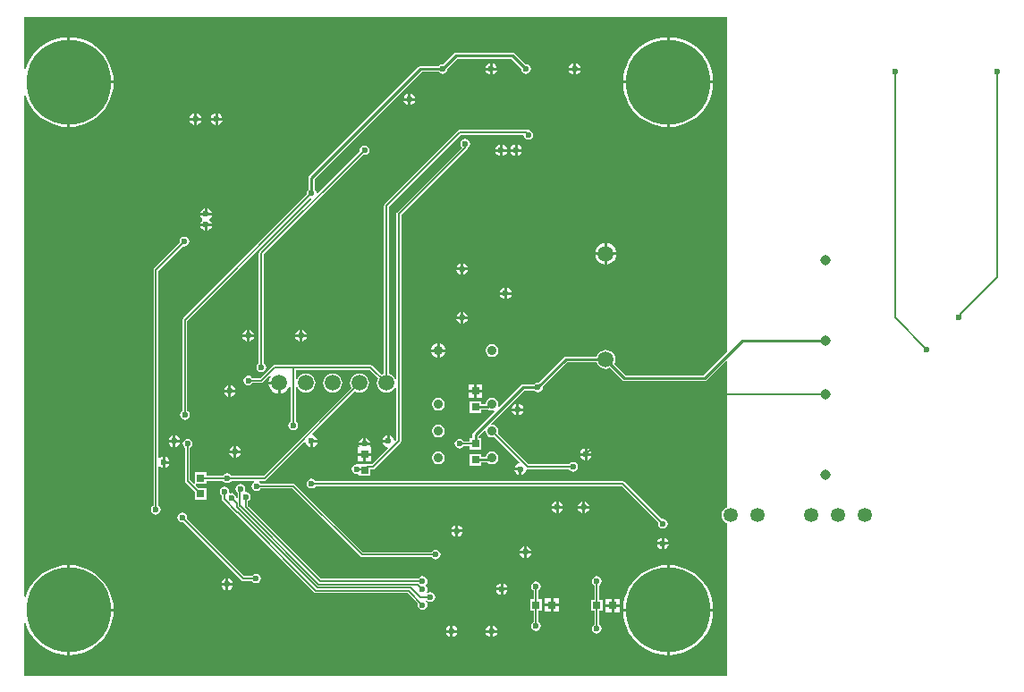
<source format=gbl>
G04*
G04 #@! TF.GenerationSoftware,Altium Limited,Altium Designer,19.0.14 (431)*
G04*
G04 Layer_Physical_Order=2*
G04 Layer_Color=16711680*
%FSLAX25Y25*%
%MOIN*%
G70*
G01*
G75*
%ADD12C,0.00600*%
%ADD18C,0.01000*%
%ADD48R,0.02953X0.03150*%
%ADD51R,0.03150X0.02953*%
%ADD65C,0.05315*%
%ADD66C,0.31496*%
%ADD67C,0.05906*%
%ADD68C,0.03838*%
%ADD69C,0.03543*%
%ADD70C,0.02362*%
G36*
X24016Y122811D02*
Y-1957D01*
X15165Y-10808D01*
X-13775D01*
X-18064Y-6519D01*
X-17786Y-5849D01*
X-17664Y-4921D01*
X-17786Y-3994D01*
X-18144Y-3130D01*
X-18714Y-2387D01*
X-19456Y-1818D01*
X-20320Y-1460D01*
X-21248Y-1338D01*
X-22175Y-1460D01*
X-23039Y-1818D01*
X-23782Y-2387D01*
X-24351Y-3130D01*
X-24629Y-3800D01*
X-36132D01*
X-36132Y-3800D01*
X-36561Y-3885D01*
X-36925Y-4128D01*
X-36925Y-4128D01*
X-46373Y-13577D01*
X-46565Y-13538D01*
X-47260Y-13677D01*
X-47849Y-14070D01*
X-47958Y-14233D01*
X-52145D01*
X-52574Y-14318D01*
X-52938Y-14561D01*
X-52938Y-14561D01*
X-60908Y-22532D01*
X-61369Y-22285D01*
X-61243Y-21654D01*
X-61427Y-20728D01*
X-61952Y-19944D01*
X-62736Y-19420D01*
X-63661Y-19236D01*
X-64587Y-19420D01*
X-65371Y-19944D01*
X-65895Y-20728D01*
X-66052Y-21516D01*
X-67805D01*
Y-20463D01*
X-71958D01*
Y-24813D01*
X-67805D01*
Y-23759D01*
X-65334D01*
X-65334Y-23759D01*
X-64906Y-23674D01*
X-64587Y-23888D01*
X-63661Y-24071D01*
X-63029Y-23946D01*
X-62783Y-24407D01*
X-70675Y-32298D01*
X-70918Y-32662D01*
X-71004Y-33091D01*
X-71003Y-33091D01*
Y-34242D01*
X-71958D01*
Y-35500D01*
X-74259D01*
X-74503Y-35133D01*
X-75093Y-34740D01*
X-75787Y-34601D01*
X-76482Y-34740D01*
X-77071Y-35133D01*
X-77465Y-35722D01*
X-77603Y-36417D01*
X-77465Y-37112D01*
X-77071Y-37701D01*
X-76482Y-38095D01*
X-75787Y-38233D01*
X-75093Y-38095D01*
X-74503Y-37701D01*
X-74258Y-37335D01*
X-71958D01*
Y-38592D01*
X-67805D01*
Y-34242D01*
X-68760D01*
Y-33556D01*
X-66523Y-31318D01*
X-66062Y-31564D01*
X-66079Y-31654D01*
X-65895Y-32579D01*
X-65371Y-33363D01*
X-64587Y-33887D01*
X-63661Y-34071D01*
X-62736Y-33887D01*
X-62730Y-33883D01*
X-53475Y-43138D01*
X-53639Y-43681D01*
X-54001Y-43753D01*
X-54722Y-44235D01*
X-55204Y-44956D01*
X-55274Y-45307D01*
X-53150D01*
Y-45807D01*
X-52650D01*
Y-47932D01*
X-52299Y-47862D01*
X-51577Y-47380D01*
X-51095Y-46658D01*
X-51007Y-46216D01*
X-50689Y-45842D01*
X-50468Y-45875D01*
X-50330Y-45903D01*
X-34993D01*
X-34749Y-46269D01*
X-34159Y-46663D01*
X-33465Y-46801D01*
X-32770Y-46663D01*
X-32181Y-46269D01*
X-31787Y-45680D01*
X-31649Y-44985D01*
X-31787Y-44290D01*
X-32181Y-43701D01*
X-32770Y-43307D01*
X-33465Y-43169D01*
X-34159Y-43307D01*
X-34749Y-43701D01*
X-34993Y-44067D01*
X-49950D01*
X-61432Y-32585D01*
X-61427Y-32579D01*
X-61243Y-31654D01*
X-61427Y-30728D01*
X-61952Y-29944D01*
X-62736Y-29420D01*
X-63661Y-29236D01*
X-63751Y-29253D01*
X-63997Y-28793D01*
X-51680Y-16476D01*
X-47958D01*
X-47849Y-16638D01*
X-47260Y-17032D01*
X-46565Y-17170D01*
X-45870Y-17032D01*
X-45281Y-16638D01*
X-44887Y-16049D01*
X-44749Y-15354D01*
X-44787Y-15163D01*
X-35667Y-6043D01*
X-24629D01*
X-24351Y-6713D01*
X-23782Y-7455D01*
X-23039Y-8025D01*
X-22175Y-8383D01*
X-21248Y-8505D01*
X-20320Y-8383D01*
X-19650Y-8105D01*
X-15033Y-12722D01*
X-14669Y-12965D01*
X-14240Y-13051D01*
X-14240Y-13051D01*
X15630D01*
X15630Y-13051D01*
X16059Y-12965D01*
X16423Y-12722D01*
X23554Y-5591D01*
X24016Y-5783D01*
Y-59923D01*
X23475Y-60147D01*
X22795Y-60669D01*
X22273Y-61349D01*
X21945Y-62142D01*
X21833Y-62992D01*
X21945Y-63842D01*
X22273Y-64635D01*
X22795Y-65315D01*
X23475Y-65838D01*
X24016Y-66061D01*
Y-122811D01*
X-237969Y-122811D01*
Y-103440D01*
X-237469Y-103358D01*
X-236963Y-104848D01*
X-235992Y-106817D01*
X-234772Y-108643D01*
X-233325Y-110293D01*
X-231674Y-111741D01*
X-229849Y-112961D01*
X-227880Y-113932D01*
X-225801Y-114637D01*
X-223647Y-115066D01*
X-221957Y-115176D01*
Y-98425D01*
Y-81674D01*
X-223647Y-81785D01*
X-225801Y-82213D01*
X-227880Y-82919D01*
X-229849Y-83890D01*
X-231674Y-85110D01*
X-233325Y-86557D01*
X-234772Y-88208D01*
X-235992Y-90033D01*
X-236963Y-92002D01*
X-237469Y-93493D01*
X-237969Y-93410D01*
Y93410D01*
X-237469Y93493D01*
X-236963Y92002D01*
X-235992Y90033D01*
X-234772Y88208D01*
X-233325Y86557D01*
X-231674Y85110D01*
X-229849Y83890D01*
X-227880Y82919D01*
X-225801Y82213D01*
X-223647Y81785D01*
X-221957Y81674D01*
Y98425D01*
Y115176D01*
X-223647Y115066D01*
X-225801Y114637D01*
X-227880Y113932D01*
X-229849Y112961D01*
X-231674Y111741D01*
X-233325Y110293D01*
X-234772Y108643D01*
X-235992Y106817D01*
X-236963Y104848D01*
X-237469Y103358D01*
X-237969Y103440D01*
Y122811D01*
X24016Y122811D01*
D02*
G37*
%LPC*%
G36*
X-32374Y105471D02*
Y103847D01*
X-30750D01*
X-30819Y104198D01*
X-31302Y104919D01*
X-32023Y105401D01*
X-32374Y105471D01*
D02*
G37*
G36*
X-33374D02*
X-33725Y105401D01*
X-34446Y104919D01*
X-34929Y104198D01*
X-34998Y103847D01*
X-33374D01*
Y105471D01*
D02*
G37*
G36*
X-63476D02*
Y103847D01*
X-61852D01*
X-61922Y104198D01*
X-62404Y104919D01*
X-63125Y105401D01*
X-63476Y105471D01*
D02*
G37*
G36*
X-64476D02*
X-64827Y105401D01*
X-65549Y104919D01*
X-66031Y104198D01*
X-66101Y103847D01*
X-64476D01*
Y105471D01*
D02*
G37*
G36*
X-55905Y109389D02*
X-55906Y109389D01*
X-77165D01*
X-77595Y109304D01*
X-77958Y109061D01*
X-77958Y109061D01*
X-81895Y105124D01*
X-82087Y105162D01*
X-82782Y105024D01*
X-83371Y104630D01*
X-83479Y104468D01*
X-90354D01*
X-90784Y104383D01*
X-91147Y104139D01*
X-91147Y104139D01*
X-131699Y63588D01*
X-131942Y63225D01*
X-132027Y62795D01*
X-132027Y62795D01*
Y58479D01*
X-132190Y58371D01*
X-132583Y57782D01*
X-132721Y57087D01*
X-132635Y56654D01*
X-178798Y10491D01*
X-178997Y10194D01*
X-179067Y9843D01*
Y-24155D01*
X-179434Y-24400D01*
X-179827Y-24989D01*
X-179966Y-25684D01*
X-179827Y-26379D01*
X-179434Y-26968D01*
X-178844Y-27362D01*
X-178150Y-27500D01*
X-177455Y-27362D01*
X-176865Y-26968D01*
X-176472Y-26379D01*
X-176334Y-25684D01*
X-176472Y-24989D01*
X-176865Y-24400D01*
X-177232Y-24155D01*
Y9462D01*
X-131436Y55259D01*
X-130996Y55192D01*
X-130825Y54725D01*
X-150310Y35240D01*
X-150508Y34942D01*
X-150578Y34591D01*
Y-6345D01*
X-150945Y-6590D01*
X-151338Y-7179D01*
X-151477Y-7874D01*
X-151338Y-8569D01*
X-150945Y-9158D01*
X-150356Y-9552D01*
X-149661Y-9690D01*
X-148966Y-9552D01*
X-148377Y-9158D01*
X-147983Y-8569D01*
X-147845Y-7874D01*
X-147983Y-7179D01*
X-148377Y-6590D01*
X-148743Y-6345D01*
Y34211D01*
X-111653Y71302D01*
X-111221Y71215D01*
X-110526Y71354D01*
X-109936Y71747D01*
X-109543Y72337D01*
X-109405Y73032D01*
X-109543Y73726D01*
X-109936Y74316D01*
X-110526Y74709D01*
X-111221Y74848D01*
X-111915Y74709D01*
X-112505Y74316D01*
X-112898Y73726D01*
X-113037Y73032D01*
X-112951Y72599D01*
X-128609Y56941D01*
X-128880Y57023D01*
X-129103Y57154D01*
X-129228Y57782D01*
X-129621Y58371D01*
X-129784Y58479D01*
Y62331D01*
X-89890Y102225D01*
X-83479D01*
X-83371Y102062D01*
X-82782Y101669D01*
X-82087Y101531D01*
X-81392Y101669D01*
X-80803Y102062D01*
X-80409Y102652D01*
X-80271Y103347D01*
X-80309Y103538D01*
X-76701Y107146D01*
X-56370D01*
X-52762Y103538D01*
X-52800Y103347D01*
X-52662Y102652D01*
X-52268Y102062D01*
X-51679Y101669D01*
X-50984Y101531D01*
X-50289Y101669D01*
X-49700Y102062D01*
X-49306Y102652D01*
X-49168Y103347D01*
X-49306Y104041D01*
X-49700Y104630D01*
X-50289Y105024D01*
X-50984Y105162D01*
X-51176Y105124D01*
X-55112Y109061D01*
X-55476Y109304D01*
X-55905Y109389D01*
D02*
G37*
G36*
X-30750Y102847D02*
X-32374D01*
Y101222D01*
X-32023Y101292D01*
X-31302Y101774D01*
X-30819Y102495D01*
X-30750Y102847D01*
D02*
G37*
G36*
X-33374D02*
X-34998D01*
X-34929Y102495D01*
X-34446Y101774D01*
X-33725Y101292D01*
X-33374Y101222D01*
Y102847D01*
D02*
G37*
G36*
X-61852D02*
X-63476D01*
Y101222D01*
X-63125Y101292D01*
X-62404Y101774D01*
X-61922Y102495D01*
X-61852Y102847D01*
D02*
G37*
G36*
X-64476D02*
X-66101D01*
X-66031Y102495D01*
X-65549Y101774D01*
X-64827Y101292D01*
X-64476Y101222D01*
Y102847D01*
D02*
G37*
G36*
X2468Y115176D02*
Y98925D01*
X18720D01*
X18609Y100616D01*
X18181Y102769D01*
X17475Y104848D01*
X16504Y106817D01*
X15284Y108643D01*
X13837Y110293D01*
X12186Y111741D01*
X10361Y112961D01*
X8392Y113932D01*
X6312Y114637D01*
X4159Y115066D01*
X2468Y115176D01*
D02*
G37*
G36*
X1469D02*
X-222Y115066D01*
X-2376Y114637D01*
X-4454Y113932D01*
X-6424Y112961D01*
X-8249Y111741D01*
X-9900Y110293D01*
X-11347Y108643D01*
X-12567Y106817D01*
X-13538Y104848D01*
X-14244Y102769D01*
X-14672Y100616D01*
X-14783Y98925D01*
X1469D01*
Y115176D01*
D02*
G37*
G36*
X-220957D02*
Y98925D01*
X-204706D01*
X-204816Y100616D01*
X-205245Y102769D01*
X-205950Y104848D01*
X-206921Y106817D01*
X-208141Y108643D01*
X-209589Y110293D01*
X-211239Y111741D01*
X-213065Y112961D01*
X-215034Y113932D01*
X-217113Y114637D01*
X-219266Y115066D01*
X-220957Y115176D01*
D02*
G37*
G36*
X-93988Y94144D02*
Y92520D01*
X-92364D01*
X-92434Y92871D01*
X-92916Y93592D01*
X-93637Y94074D01*
X-93988Y94144D01*
D02*
G37*
G36*
X-94988D02*
X-95339Y94074D01*
X-96061Y93592D01*
X-96543Y92871D01*
X-96613Y92520D01*
X-94988D01*
Y94144D01*
D02*
G37*
G36*
X-92364Y91520D02*
X-93988D01*
Y89895D01*
X-93637Y89965D01*
X-92916Y90447D01*
X-92434Y91169D01*
X-92364Y91520D01*
D02*
G37*
G36*
X-94988D02*
X-96613D01*
X-96543Y91169D01*
X-96061Y90447D01*
X-95339Y89965D01*
X-94988Y89895D01*
Y91520D01*
D02*
G37*
G36*
X-165839Y86770D02*
Y85146D01*
X-164214D01*
X-164284Y85497D01*
X-164766Y86218D01*
X-165488Y86700D01*
X-165839Y86770D01*
D02*
G37*
G36*
X-166839D02*
X-167190Y86700D01*
X-167911Y86218D01*
X-168393Y85497D01*
X-168463Y85146D01*
X-166839D01*
Y86770D01*
D02*
G37*
G36*
X-173713D02*
Y85146D01*
X-172088D01*
X-172158Y85497D01*
X-172640Y86218D01*
X-173362Y86700D01*
X-173713Y86770D01*
D02*
G37*
G36*
X-174713D02*
X-175064Y86700D01*
X-175785Y86218D01*
X-176267Y85497D01*
X-176337Y85146D01*
X-174713D01*
Y86770D01*
D02*
G37*
G36*
X-164214Y84146D02*
X-165839D01*
Y82521D01*
X-165488Y82591D01*
X-164766Y83073D01*
X-164284Y83795D01*
X-164214Y84146D01*
D02*
G37*
G36*
X-166839D02*
X-168463D01*
X-168393Y83795D01*
X-167911Y83073D01*
X-167190Y82591D01*
X-166839Y82521D01*
Y84146D01*
D02*
G37*
G36*
X-172088D02*
X-173713D01*
Y82521D01*
X-173362Y82591D01*
X-172640Y83073D01*
X-172158Y83795D01*
X-172088Y84146D01*
D02*
G37*
G36*
X-174713D02*
X-176337D01*
X-176267Y83795D01*
X-175785Y83073D01*
X-175064Y82591D01*
X-174713Y82521D01*
Y84146D01*
D02*
G37*
G36*
X18720Y97925D02*
X2468D01*
Y81674D01*
X4159Y81785D01*
X6312Y82213D01*
X8392Y82919D01*
X10361Y83890D01*
X12186Y85110D01*
X13837Y86557D01*
X15284Y88208D01*
X16504Y90033D01*
X17475Y92002D01*
X18181Y94081D01*
X18609Y96234D01*
X18720Y97925D01*
D02*
G37*
G36*
X1469D02*
X-14783D01*
X-14672Y96234D01*
X-14244Y94081D01*
X-13538Y92002D01*
X-12567Y90033D01*
X-11347Y88208D01*
X-9900Y86557D01*
X-8249Y85110D01*
X-6424Y83890D01*
X-4454Y82919D01*
X-2376Y82213D01*
X-222Y81785D01*
X1469Y81674D01*
Y97925D01*
D02*
G37*
G36*
X-204706D02*
X-220957D01*
Y81674D01*
X-219266Y81785D01*
X-217113Y82213D01*
X-215034Y82919D01*
X-213065Y83890D01*
X-211239Y85110D01*
X-209589Y86557D01*
X-208141Y88208D01*
X-206921Y90033D01*
X-205950Y92002D01*
X-205245Y94081D01*
X-204816Y96234D01*
X-204706Y97925D01*
D02*
G37*
G36*
X-51181Y80642D02*
X-75787D01*
X-76139Y80572D01*
X-76436Y80373D01*
X-103680Y53129D01*
X-103879Y52832D01*
X-103949Y52480D01*
Y-10317D01*
X-103959Y-10318D01*
X-104823Y-10676D01*
X-104831Y-10682D01*
X-108288Y-7225D01*
X-108586Y-7026D01*
X-108937Y-6956D01*
X-144685D01*
X-145036Y-7026D01*
X-145334Y-7225D01*
X-149986Y-11878D01*
X-152999D01*
X-153244Y-11511D01*
X-153833Y-11118D01*
X-154528Y-10979D01*
X-155222Y-11118D01*
X-155812Y-11511D01*
X-156205Y-12100D01*
X-156344Y-12795D01*
X-156205Y-13490D01*
X-155812Y-14079D01*
X-155222Y-14473D01*
X-154528Y-14611D01*
X-153833Y-14473D01*
X-153244Y-14079D01*
X-152999Y-13713D01*
X-149606D01*
X-149255Y-13643D01*
X-148957Y-13444D01*
X-146505Y-10991D01*
X-146128Y-11322D01*
X-146484Y-11786D01*
X-146882Y-12748D01*
X-146952Y-13280D01*
X-143032D01*
Y-13780D01*
X-142532D01*
Y-17701D01*
X-142000Y-17630D01*
X-141038Y-17232D01*
X-140212Y-16599D01*
X-139579Y-15773D01*
X-139181Y-14811D01*
X-138713Y-14925D01*
Y-27999D01*
X-139079Y-28243D01*
X-139473Y-28833D01*
X-139611Y-29528D01*
X-139473Y-30222D01*
X-139079Y-30812D01*
X-138490Y-31205D01*
X-137795Y-31343D01*
X-137100Y-31205D01*
X-136511Y-30812D01*
X-136117Y-30222D01*
X-135979Y-29528D01*
X-136117Y-28833D01*
X-136511Y-28243D01*
X-136878Y-27999D01*
Y-15085D01*
X-136378Y-14985D01*
X-136135Y-15571D01*
X-135565Y-16313D01*
X-134823Y-16883D01*
X-133959Y-17241D01*
X-133031Y-17363D01*
X-132104Y-17241D01*
X-131240Y-16883D01*
X-130498Y-16313D01*
X-129928Y-15571D01*
X-129570Y-14707D01*
X-129448Y-13780D01*
X-129570Y-12852D01*
X-129928Y-11988D01*
X-130498Y-11246D01*
X-131240Y-10676D01*
X-132104Y-10318D01*
X-133031Y-10196D01*
X-133959Y-10318D01*
X-134823Y-10676D01*
X-135565Y-11246D01*
X-136135Y-11988D01*
X-136378Y-12574D01*
X-136878Y-12475D01*
Y-8792D01*
X-109317D01*
X-106129Y-11980D01*
X-106135Y-11988D01*
X-106493Y-12852D01*
X-106615Y-13780D01*
X-106493Y-14707D01*
X-106135Y-15571D01*
X-105565Y-16313D01*
X-104823Y-16883D01*
X-103959Y-17241D01*
X-103032Y-17363D01*
X-102104Y-17241D01*
X-101240Y-16883D01*
X-100498Y-16313D01*
X-99928Y-15571D01*
X-99843Y-15365D01*
X-99343Y-15465D01*
Y-35022D01*
X-99724Y-35341D01*
X-100187Y-35190D01*
X-100308Y-34582D01*
X-100790Y-33861D01*
X-101511Y-33378D01*
X-101862Y-33309D01*
Y-35433D01*
X-102362D01*
Y-35933D01*
X-104487D01*
X-104417Y-36284D01*
X-103935Y-37006D01*
X-103213Y-37488D01*
X-102605Y-37609D01*
X-102431Y-38142D01*
X-108357Y-44067D01*
X-110044D01*
X-110133Y-44085D01*
X-113297D01*
X-113297Y-44085D01*
X-113790Y-44067D01*
X-114173Y-43991D01*
X-114868Y-44129D01*
X-115457Y-44523D01*
X-115851Y-45112D01*
X-115989Y-45807D01*
X-115851Y-46502D01*
X-115457Y-47091D01*
X-114868Y-47485D01*
X-114173Y-47623D01*
X-113797Y-47548D01*
X-113297Y-47919D01*
Y-48435D01*
X-109144D01*
Y-45903D01*
X-107977D01*
X-107626Y-45833D01*
X-107328Y-45634D01*
X-97776Y-36082D01*
X-97577Y-35784D01*
X-97508Y-35433D01*
Y48832D01*
X-73091Y73249D01*
X-72892Y73547D01*
X-72822Y73898D01*
Y73916D01*
X-72338Y74240D01*
X-71944Y74829D01*
X-71806Y75524D01*
X-71944Y76219D01*
X-72338Y76808D01*
X-72927Y77201D01*
X-73622Y77340D01*
X-74317Y77201D01*
X-74906Y76808D01*
X-75300Y76219D01*
X-75438Y75524D01*
X-75300Y74829D01*
X-74906Y74240D01*
X-74887Y74048D01*
X-99074Y49861D01*
X-99273Y49564D01*
X-99343Y49213D01*
Y-12094D01*
X-99843Y-12194D01*
X-99928Y-11988D01*
X-100498Y-11246D01*
X-101240Y-10676D01*
X-102104Y-10318D01*
X-102114Y-10317D01*
Y52100D01*
X-75407Y78807D01*
X-52068D01*
X-52013Y78740D01*
X-51875Y78045D01*
X-51481Y77456D01*
X-50892Y77062D01*
X-50197Y76924D01*
X-49502Y77062D01*
X-48913Y77456D01*
X-48519Y78045D01*
X-48381Y78740D01*
X-48519Y79435D01*
X-48913Y80024D01*
X-49502Y80418D01*
X-50197Y80556D01*
X-50666Y80463D01*
X-50830Y80572D01*
X-51181Y80642D01*
D02*
G37*
G36*
X-54224Y75156D02*
Y73532D01*
X-52600D01*
X-52670Y73883D01*
X-53152Y74604D01*
X-53873Y75086D01*
X-54224Y75156D01*
D02*
G37*
G36*
X-55224D02*
X-55575Y75086D01*
X-56297Y74604D01*
X-56779Y73883D01*
X-56849Y73532D01*
X-55224D01*
Y75156D01*
D02*
G37*
G36*
X-59736D02*
Y73532D01*
X-58112D01*
X-58182Y73883D01*
X-58664Y74604D01*
X-59385Y75086D01*
X-59736Y75156D01*
D02*
G37*
G36*
X-60736D02*
X-61087Y75086D01*
X-61809Y74604D01*
X-62291Y73883D01*
X-62361Y73532D01*
X-60736D01*
Y75156D01*
D02*
G37*
G36*
X-52600Y72531D02*
X-54224D01*
Y70907D01*
X-53873Y70977D01*
X-53152Y71459D01*
X-52670Y72180D01*
X-52600Y72531D01*
D02*
G37*
G36*
X-55224D02*
X-56849D01*
X-56779Y72180D01*
X-56297Y71459D01*
X-55575Y70977D01*
X-55224Y70907D01*
Y72531D01*
D02*
G37*
G36*
X-58112D02*
X-59736D01*
Y70907D01*
X-59385Y70977D01*
X-58664Y71459D01*
X-58182Y72180D01*
X-58112Y72531D01*
D02*
G37*
G36*
X-60736D02*
X-62361D01*
X-62291Y72180D01*
X-61809Y71459D01*
X-61087Y70977D01*
X-60736Y70907D01*
Y72531D01*
D02*
G37*
G36*
X-169776Y51337D02*
Y49713D01*
X-168151D01*
X-168221Y50064D01*
X-168703Y50785D01*
X-169425Y51267D01*
X-169776Y51337D01*
D02*
G37*
G36*
X-170776D02*
X-171127Y51267D01*
X-171848Y50785D01*
X-172330Y50064D01*
X-172400Y49713D01*
X-170776D01*
Y51337D01*
D02*
G37*
G36*
X-168151Y48713D02*
X-172400D01*
X-172330Y48362D01*
X-171848Y47640D01*
X-171630Y47494D01*
Y46994D01*
X-171848Y46848D01*
X-172330Y46127D01*
X-172400Y45776D01*
X-168151D01*
X-168221Y46127D01*
X-168703Y46848D01*
X-168922Y46994D01*
Y47494D01*
X-168703Y47640D01*
X-168221Y48362D01*
X-168151Y48713D01*
D02*
G37*
G36*
Y44776D02*
X-169776D01*
Y43151D01*
X-169425Y43221D01*
X-168703Y43703D01*
X-168221Y44425D01*
X-168151Y44776D01*
D02*
G37*
G36*
X-170776D02*
X-172400D01*
X-172330Y44425D01*
X-171848Y43703D01*
X-171127Y43221D01*
X-170776Y43151D01*
Y44776D01*
D02*
G37*
G36*
X-178346Y40818D02*
X-179041Y40679D01*
X-179630Y40286D01*
X-180024Y39696D01*
X-180162Y39002D01*
X-180076Y38569D01*
X-189625Y29021D01*
X-189824Y28723D01*
X-189894Y28372D01*
Y-59495D01*
X-190261Y-59740D01*
X-190654Y-60329D01*
X-190792Y-61024D01*
X-190654Y-61719D01*
X-190261Y-62308D01*
X-189671Y-62701D01*
X-188976Y-62840D01*
X-188281Y-62701D01*
X-187692Y-62308D01*
X-187299Y-61719D01*
X-187160Y-61024D01*
X-187299Y-60329D01*
X-187692Y-59740D01*
X-188059Y-59495D01*
Y-45020D01*
X-188041Y-45015D01*
X-187559Y-44905D01*
X-186875Y-45362D01*
X-186524Y-45432D01*
Y-43307D01*
Y-41183D01*
X-186875Y-41252D01*
X-187559Y-41710D01*
X-188041Y-41600D01*
X-188059Y-41594D01*
Y27992D01*
X-178779Y37272D01*
X-178346Y37186D01*
X-177652Y37324D01*
X-177062Y37718D01*
X-176669Y38307D01*
X-176530Y39002D01*
X-176669Y39696D01*
X-177062Y40286D01*
X-177652Y40679D01*
X-178346Y40818D01*
D02*
G37*
G36*
X-20748Y38370D02*
Y34949D01*
X-17327D01*
X-17397Y35481D01*
X-17795Y36442D01*
X-18429Y37268D01*
X-19254Y37901D01*
X-20216Y38300D01*
X-20748Y38370D01*
D02*
G37*
G36*
X-21748D02*
X-22280Y38300D01*
X-23241Y37901D01*
X-24067Y37268D01*
X-24700Y36442D01*
X-25099Y35481D01*
X-25169Y34949D01*
X-21748D01*
Y38370D01*
D02*
G37*
G36*
Y33949D02*
X-25169D01*
X-25099Y33417D01*
X-24700Y32455D01*
X-24067Y31630D01*
X-23241Y30996D01*
X-22280Y30598D01*
X-21748Y30528D01*
Y33949D01*
D02*
G37*
G36*
X-17327D02*
X-20748D01*
Y30528D01*
X-20216Y30598D01*
X-19254Y30996D01*
X-18429Y31630D01*
X-17795Y32455D01*
X-17397Y33417D01*
X-17327Y33949D01*
D02*
G37*
G36*
X-74303Y30864D02*
Y29240D01*
X-72679D01*
X-72749Y29591D01*
X-73231Y30312D01*
X-73952Y30795D01*
X-74303Y30864D01*
D02*
G37*
G36*
X-75303D02*
X-75654Y30795D01*
X-76376Y30312D01*
X-76858Y29591D01*
X-76928Y29240D01*
X-75303D01*
Y30864D01*
D02*
G37*
G36*
X-72679Y28240D02*
X-74303D01*
Y26616D01*
X-73952Y26686D01*
X-73231Y27167D01*
X-72749Y27889D01*
X-72679Y28240D01*
D02*
G37*
G36*
X-75303D02*
X-76928D01*
X-76858Y27889D01*
X-76376Y27167D01*
X-75654Y26686D01*
X-75303Y26616D01*
Y28240D01*
D02*
G37*
G36*
X-58071Y21809D02*
Y20185D01*
X-56446D01*
X-56516Y20536D01*
X-56998Y21258D01*
X-57720Y21740D01*
X-58071Y21809D01*
D02*
G37*
G36*
X-59071D02*
X-59422Y21740D01*
X-60143Y21258D01*
X-60625Y20536D01*
X-60695Y20185D01*
X-59071D01*
Y21809D01*
D02*
G37*
G36*
X-56446Y19185D02*
X-58071D01*
Y17561D01*
X-57720Y17630D01*
X-56998Y18113D01*
X-56516Y18834D01*
X-56446Y19185D01*
D02*
G37*
G36*
X-59071D02*
X-60695D01*
X-60625Y18834D01*
X-60143Y18113D01*
X-59422Y17630D01*
X-59071Y17561D01*
Y19185D01*
D02*
G37*
G36*
X-74303Y12754D02*
Y11130D01*
X-72679D01*
X-72749Y11481D01*
X-73231Y12202D01*
X-73952Y12685D01*
X-74303Y12754D01*
D02*
G37*
G36*
X-75303D02*
X-75654Y12685D01*
X-76376Y12202D01*
X-76858Y11481D01*
X-76928Y11130D01*
X-75303D01*
Y12754D01*
D02*
G37*
G36*
X-72679Y10130D02*
X-74303D01*
Y8506D01*
X-73952Y8575D01*
X-73231Y9058D01*
X-72749Y9779D01*
X-72679Y10130D01*
D02*
G37*
G36*
X-75303D02*
X-76928D01*
X-76858Y9779D01*
X-76376Y9058D01*
X-75654Y8575D01*
X-75303Y8506D01*
Y10130D01*
D02*
G37*
G36*
X-134343Y6061D02*
Y4437D01*
X-132718D01*
X-132788Y4788D01*
X-133270Y5509D01*
X-133992Y5992D01*
X-134343Y6061D01*
D02*
G37*
G36*
X-135343D02*
X-135694Y5992D01*
X-136415Y5509D01*
X-136897Y4788D01*
X-136967Y4437D01*
X-135343D01*
Y6061D01*
D02*
G37*
G36*
X-154028D02*
Y4437D01*
X-152403D01*
X-152473Y4788D01*
X-152955Y5509D01*
X-153676Y5992D01*
X-154028Y6061D01*
D02*
G37*
G36*
X-155028D02*
X-155379Y5992D01*
X-156100Y5509D01*
X-156582Y4788D01*
X-156652Y4437D01*
X-155028D01*
Y6061D01*
D02*
G37*
G36*
X-132718Y3437D02*
X-134343D01*
Y1813D01*
X-133992Y1883D01*
X-133270Y2365D01*
X-132788Y3086D01*
X-132718Y3437D01*
D02*
G37*
G36*
X-135343D02*
X-136967D01*
X-136897Y3086D01*
X-136415Y2365D01*
X-135694Y1883D01*
X-135343Y1813D01*
Y3437D01*
D02*
G37*
G36*
X-152403D02*
X-154028D01*
Y1813D01*
X-153676Y1883D01*
X-152955Y2365D01*
X-152473Y3086D01*
X-152403Y3437D01*
D02*
G37*
G36*
X-155028D02*
X-156652D01*
X-156582Y3086D01*
X-156100Y2365D01*
X-155379Y1883D01*
X-155028Y1813D01*
Y3437D01*
D02*
G37*
G36*
X-83161Y1076D02*
Y-1154D01*
X-80932D01*
X-80961Y-930D01*
X-81240Y-256D01*
X-81685Y323D01*
X-82264Y767D01*
X-82938Y1047D01*
X-83161Y1076D01*
D02*
G37*
G36*
X-84161Y1076D02*
X-84385Y1047D01*
X-85059Y767D01*
X-85638Y323D01*
X-86082Y-256D01*
X-86362Y-930D01*
X-86391Y-1154D01*
X-84161D01*
Y1076D01*
D02*
G37*
G36*
X-63661Y764D02*
X-64587Y580D01*
X-65371Y56D01*
X-65895Y-728D01*
X-66079Y-1654D01*
X-65895Y-2579D01*
X-65371Y-3363D01*
X-64587Y-3887D01*
X-63661Y-4072D01*
X-62736Y-3887D01*
X-61952Y-3363D01*
X-61427Y-2579D01*
X-61243Y-1654D01*
X-61427Y-728D01*
X-61952Y56D01*
X-62736Y580D01*
X-63661Y764D01*
D02*
G37*
G36*
X-84161Y-2153D02*
X-86391D01*
X-86362Y-2377D01*
X-86082Y-3051D01*
X-85638Y-3630D01*
X-85059Y-4075D01*
X-84385Y-4354D01*
X-84161Y-4383D01*
Y-2153D01*
D02*
G37*
G36*
X-80932D02*
X-83161D01*
Y-4383D01*
X-82938Y-4354D01*
X-82264Y-4075D01*
X-81685Y-3630D01*
X-81240Y-3051D01*
X-80961Y-2377D01*
X-80932Y-2153D01*
D02*
G37*
G36*
X-160917Y-14608D02*
Y-16232D01*
X-159293D01*
X-159363Y-15881D01*
X-159845Y-15160D01*
X-160566Y-14678D01*
X-160917Y-14608D01*
D02*
G37*
G36*
X-161917D02*
X-162268Y-14678D01*
X-162990Y-15160D01*
X-163472Y-15881D01*
X-163542Y-16232D01*
X-161917D01*
Y-14608D01*
D02*
G37*
G36*
X-67405Y-14157D02*
X-69382D01*
Y-16232D01*
X-67405D01*
Y-14157D01*
D02*
G37*
G36*
X-70382D02*
X-72358D01*
Y-16232D01*
X-70382D01*
Y-14157D01*
D02*
G37*
G36*
X-113031Y-10196D02*
X-113959Y-10318D01*
X-114823Y-10676D01*
X-115565Y-11246D01*
X-116135Y-11988D01*
X-116493Y-12852D01*
X-116615Y-13780D01*
X-116493Y-14707D01*
X-116135Y-15571D01*
X-116129Y-15579D01*
X-148845Y-48295D01*
X-160873D01*
X-161117Y-47929D01*
X-161707Y-47535D01*
X-162402Y-47397D01*
X-163096Y-47535D01*
X-163686Y-47929D01*
X-163930Y-48295D01*
X-170168D01*
Y-47038D01*
X-174320D01*
Y-51037D01*
X-174820Y-51244D01*
X-176248Y-49817D01*
Y-37946D01*
X-175881Y-37701D01*
X-175488Y-37112D01*
X-175349Y-36417D01*
X-175488Y-35722D01*
X-175881Y-35133D01*
X-176470Y-34740D01*
X-177165Y-34601D01*
X-177860Y-34740D01*
X-178449Y-35133D01*
X-178843Y-35722D01*
X-178981Y-36417D01*
X-178843Y-37112D01*
X-178449Y-37701D01*
X-178083Y-37946D01*
Y-50197D01*
X-178013Y-50548D01*
X-177814Y-50846D01*
X-174320Y-54339D01*
Y-57293D01*
X-170168D01*
Y-52943D01*
X-173121D01*
X-174177Y-51887D01*
X-173970Y-51387D01*
X-170168D01*
Y-50130D01*
X-163930D01*
X-163686Y-50497D01*
X-163096Y-50890D01*
X-162402Y-51029D01*
X-161707Y-50890D01*
X-161117Y-50497D01*
X-160873Y-50130D01*
X-152513D01*
X-152361Y-50630D01*
X-152737Y-50881D01*
X-153130Y-51470D01*
X-153269Y-52165D01*
X-153130Y-52860D01*
X-152737Y-53449D01*
X-152147Y-53843D01*
X-151453Y-53981D01*
X-150758Y-53843D01*
X-150169Y-53449D01*
X-149924Y-53083D01*
X-138175D01*
X-112854Y-78405D01*
X-112556Y-78604D01*
X-112205Y-78673D01*
X-86175D01*
X-85930Y-79040D01*
X-85341Y-79434D01*
X-84646Y-79572D01*
X-83951Y-79434D01*
X-83362Y-79040D01*
X-82968Y-78451D01*
X-82830Y-77756D01*
X-82968Y-77061D01*
X-83362Y-76472D01*
X-83951Y-76078D01*
X-84646Y-75940D01*
X-85341Y-76078D01*
X-85930Y-76472D01*
X-86175Y-76838D01*
X-111825D01*
X-137146Y-51516D01*
X-137444Y-51318D01*
X-137795Y-51248D01*
X-149924D01*
X-150169Y-50881D01*
X-150544Y-50630D01*
X-150392Y-50130D01*
X-148465D01*
X-148113Y-50060D01*
X-147816Y-49861D01*
X-133597Y-35643D01*
X-133055Y-35808D01*
X-132960Y-36284D01*
X-132478Y-37006D01*
X-131757Y-37488D01*
X-131406Y-37557D01*
Y-35433D01*
X-130906D01*
Y-34933D01*
X-128781D01*
X-128851Y-34582D01*
X-129333Y-33861D01*
X-130055Y-33378D01*
X-130531Y-33284D01*
X-130695Y-32741D01*
X-114831Y-16877D01*
X-114823Y-16883D01*
X-113959Y-17241D01*
X-113031Y-17363D01*
X-112104Y-17241D01*
X-111240Y-16883D01*
X-110498Y-16313D01*
X-109928Y-15571D01*
X-109570Y-14707D01*
X-109448Y-13780D01*
X-109570Y-12852D01*
X-109928Y-11988D01*
X-110498Y-11246D01*
X-111240Y-10676D01*
X-112104Y-10318D01*
X-113031Y-10196D01*
D02*
G37*
G36*
X-123031D02*
X-123959Y-10318D01*
X-124823Y-10676D01*
X-125565Y-11246D01*
X-126135Y-11988D01*
X-126493Y-12852D01*
X-126615Y-13780D01*
X-126493Y-14707D01*
X-126135Y-15571D01*
X-125565Y-16313D01*
X-124823Y-16883D01*
X-123959Y-17241D01*
X-123031Y-17363D01*
X-122104Y-17241D01*
X-121240Y-16883D01*
X-120498Y-16313D01*
X-119928Y-15571D01*
X-119570Y-14707D01*
X-119448Y-13780D01*
X-119570Y-12852D01*
X-119928Y-11988D01*
X-120498Y-11246D01*
X-121240Y-10676D01*
X-122104Y-10318D01*
X-123031Y-10196D01*
D02*
G37*
G36*
X-143532Y-14280D02*
X-146952D01*
X-146882Y-14811D01*
X-146484Y-15773D01*
X-145851Y-16599D01*
X-145025Y-17232D01*
X-144063Y-17630D01*
X-143532Y-17701D01*
Y-14280D01*
D02*
G37*
G36*
X-159293Y-17232D02*
X-160917D01*
Y-18857D01*
X-160566Y-18787D01*
X-159845Y-18305D01*
X-159363Y-17583D01*
X-159293Y-17232D01*
D02*
G37*
G36*
X-161917D02*
X-163542D01*
X-163472Y-17583D01*
X-162990Y-18305D01*
X-162268Y-18787D01*
X-161917Y-18857D01*
Y-17232D01*
D02*
G37*
G36*
X-67405Y-17232D02*
X-69382D01*
Y-19307D01*
X-67405D01*
Y-17232D01*
D02*
G37*
G36*
X-70382D02*
X-72358D01*
Y-19307D01*
X-70382D01*
Y-17232D01*
D02*
G37*
G36*
X-53634Y-21498D02*
Y-23122D01*
X-52009D01*
X-52079Y-22771D01*
X-52561Y-22050D01*
X-53283Y-21567D01*
X-53634Y-21498D01*
D02*
G37*
G36*
X-54634D02*
X-54985Y-21567D01*
X-55706Y-22050D01*
X-56188Y-22771D01*
X-56258Y-23122D01*
X-54634D01*
Y-21498D01*
D02*
G37*
G36*
X-83661Y-19236D02*
X-84587Y-19420D01*
X-85371Y-19944D01*
X-85895Y-20728D01*
X-86079Y-21654D01*
X-85895Y-22579D01*
X-85371Y-23363D01*
X-84587Y-23888D01*
X-83661Y-24071D01*
X-82736Y-23888D01*
X-81952Y-23363D01*
X-81428Y-22579D01*
X-81243Y-21654D01*
X-81428Y-20728D01*
X-81952Y-19944D01*
X-82736Y-19420D01*
X-83661Y-19236D01*
D02*
G37*
G36*
X-52009Y-24122D02*
X-53634D01*
Y-25746D01*
X-53283Y-25677D01*
X-52561Y-25194D01*
X-52079Y-24473D01*
X-52009Y-24122D01*
D02*
G37*
G36*
X-54634D02*
X-56258D01*
X-56188Y-24473D01*
X-55706Y-25194D01*
X-54985Y-25677D01*
X-54634Y-25746D01*
Y-24122D01*
D02*
G37*
G36*
X-83661Y-29236D02*
X-84587Y-29420D01*
X-85371Y-29944D01*
X-85895Y-30728D01*
X-86079Y-31654D01*
X-85895Y-32579D01*
X-85371Y-33363D01*
X-84587Y-33887D01*
X-83661Y-34071D01*
X-82736Y-33887D01*
X-81952Y-33363D01*
X-81428Y-32579D01*
X-81243Y-31654D01*
X-81428Y-30728D01*
X-81952Y-29944D01*
X-82736Y-29420D01*
X-83661Y-29236D01*
D02*
G37*
G36*
X-102862Y-33309D02*
X-103213Y-33378D01*
X-103935Y-33861D01*
X-104417Y-34582D01*
X-104487Y-34933D01*
X-102862D01*
Y-33309D01*
D02*
G37*
G36*
X-181587D02*
Y-34933D01*
X-179962D01*
X-180032Y-34582D01*
X-180514Y-33861D01*
X-181236Y-33378D01*
X-181587Y-33309D01*
D02*
G37*
G36*
X-182587D02*
X-182938Y-33378D01*
X-183659Y-33861D01*
X-184141Y-34582D01*
X-184211Y-34933D01*
X-182587D01*
Y-33309D01*
D02*
G37*
G36*
X-110721Y-34293D02*
Y-35917D01*
X-109096D01*
X-109166Y-35566D01*
X-109648Y-34845D01*
X-110370Y-34363D01*
X-110721Y-34293D01*
D02*
G37*
G36*
X-111721D02*
X-112072Y-34363D01*
X-112793Y-34845D01*
X-113275Y-35566D01*
X-113345Y-35917D01*
X-111721D01*
Y-34293D01*
D02*
G37*
G36*
X-128781Y-35933D02*
X-130406D01*
Y-37557D01*
X-130055Y-37488D01*
X-129333Y-37006D01*
X-128851Y-36284D01*
X-128781Y-35933D01*
D02*
G37*
G36*
X-179962D02*
X-181587D01*
Y-37557D01*
X-181236Y-37488D01*
X-180514Y-37006D01*
X-180032Y-36284D01*
X-179962Y-35933D01*
D02*
G37*
G36*
X-182587D02*
X-184211D01*
X-184141Y-36284D01*
X-183659Y-37006D01*
X-182938Y-37488D01*
X-182587Y-37557D01*
Y-35933D01*
D02*
G37*
G36*
X-158949Y-37246D02*
Y-38870D01*
X-157325D01*
X-157394Y-38519D01*
X-157876Y-37798D01*
X-158598Y-37315D01*
X-158949Y-37246D01*
D02*
G37*
G36*
X-159949D02*
X-160300Y-37315D01*
X-161021Y-37798D01*
X-161503Y-38519D01*
X-161573Y-38870D01*
X-159949D01*
Y-37246D01*
D02*
G37*
G36*
X-28220Y-38230D02*
Y-39854D01*
X-26596D01*
X-26666Y-39503D01*
X-27148Y-38782D01*
X-27869Y-38300D01*
X-28220Y-38230D01*
D02*
G37*
G36*
X-29221D02*
X-29572Y-38300D01*
X-30293Y-38782D01*
X-30775Y-39503D01*
X-30845Y-39854D01*
X-29221D01*
Y-38230D01*
D02*
G37*
G36*
X-109096Y-36917D02*
X-113345D01*
X-113275Y-37268D01*
X-113228Y-37339D01*
X-113464Y-37780D01*
X-113697D01*
Y-39854D01*
X-111221D01*
X-108744D01*
Y-37780D01*
X-108977D01*
X-109213Y-37339D01*
X-109166Y-37268D01*
X-109096Y-36917D01*
D02*
G37*
G36*
X-63661Y-39236D02*
X-64587Y-39420D01*
X-65371Y-39944D01*
X-65895Y-40728D01*
X-65989Y-41201D01*
X-67805D01*
Y-40148D01*
X-71958D01*
Y-44498D01*
X-67805D01*
Y-43444D01*
X-65250D01*
X-64587Y-43887D01*
X-63661Y-44071D01*
X-62736Y-43887D01*
X-61952Y-43363D01*
X-61427Y-42579D01*
X-61243Y-41654D01*
X-61427Y-40728D01*
X-61952Y-39944D01*
X-62736Y-39420D01*
X-63661Y-39236D01*
D02*
G37*
G36*
X-157325Y-39870D02*
X-158949D01*
Y-41495D01*
X-158598Y-41425D01*
X-157876Y-40943D01*
X-157394Y-40221D01*
X-157325Y-39870D01*
D02*
G37*
G36*
X-159949D02*
X-161573D01*
X-161503Y-40221D01*
X-161021Y-40943D01*
X-160300Y-41425D01*
X-159949Y-41495D01*
Y-39870D01*
D02*
G37*
G36*
X-26596Y-40854D02*
X-28220D01*
Y-42479D01*
X-27869Y-42409D01*
X-27148Y-41927D01*
X-26666Y-41205D01*
X-26596Y-40854D01*
D02*
G37*
G36*
X-29221D02*
X-30845D01*
X-30775Y-41205D01*
X-30293Y-41927D01*
X-29572Y-42409D01*
X-29221Y-42479D01*
Y-40854D01*
D02*
G37*
G36*
X-185524Y-41183D02*
Y-42807D01*
X-183899D01*
X-183969Y-42456D01*
X-184451Y-41735D01*
X-185173Y-41252D01*
X-185524Y-41183D01*
D02*
G37*
G36*
X-108744Y-40854D02*
X-110721D01*
Y-42929D01*
X-108744D01*
Y-40854D01*
D02*
G37*
G36*
X-111721D02*
X-113697D01*
Y-42929D01*
X-111721D01*
Y-40854D01*
D02*
G37*
G36*
X-83661Y-39236D02*
X-84587Y-39420D01*
X-85371Y-39944D01*
X-85895Y-40728D01*
X-86079Y-41654D01*
X-85895Y-42579D01*
X-85371Y-43363D01*
X-84587Y-43887D01*
X-83661Y-44071D01*
X-82736Y-43887D01*
X-81952Y-43363D01*
X-81428Y-42579D01*
X-81243Y-41654D01*
X-81428Y-40728D01*
X-81952Y-39944D01*
X-82736Y-39420D01*
X-83661Y-39236D01*
D02*
G37*
G36*
X-183899Y-43807D02*
X-185524D01*
Y-45432D01*
X-185173Y-45362D01*
X-184451Y-44880D01*
X-183969Y-44158D01*
X-183899Y-43807D01*
D02*
G37*
G36*
X-53650Y-46307D02*
X-55274D01*
X-55204Y-46658D01*
X-54722Y-47380D01*
X-54001Y-47862D01*
X-53650Y-47932D01*
Y-46307D01*
D02*
G37*
G36*
X-157480Y-51334D02*
X-158175Y-51472D01*
X-158764Y-51866D01*
X-159158Y-52455D01*
X-159296Y-53150D01*
X-159158Y-53845D01*
X-158764Y-54434D01*
X-158510Y-54603D01*
Y-56551D01*
X-159011Y-56787D01*
X-159096Y-56717D01*
X-159071Y-56590D01*
X-159209Y-55895D01*
X-159603Y-55306D01*
X-160192Y-54912D01*
X-160887Y-54774D01*
X-161200Y-54836D01*
X-161625Y-54411D01*
X-161570Y-54134D01*
X-161708Y-53439D01*
X-162102Y-52850D01*
X-162691Y-52456D01*
X-163386Y-52318D01*
X-164081Y-52456D01*
X-164670Y-52850D01*
X-165064Y-53439D01*
X-165202Y-54134D01*
X-165064Y-54829D01*
X-164670Y-55418D01*
X-164304Y-55663D01*
Y-57110D01*
X-164234Y-57461D01*
X-164035Y-57759D01*
X-159236Y-62558D01*
X-159084Y-62659D01*
X-129896Y-91847D01*
X-129598Y-92046D01*
X-129247Y-92116D01*
X-95205D01*
X-91297Y-96024D01*
X-91383Y-96457D01*
X-91245Y-97152D01*
X-90851Y-97741D01*
X-90262Y-98134D01*
X-89567Y-98273D01*
X-88872Y-98134D01*
X-88283Y-97741D01*
X-87889Y-97152D01*
X-87751Y-96457D01*
X-87889Y-95762D01*
X-88283Y-95173D01*
X-88364Y-95118D01*
X-88234Y-94604D01*
X-88034Y-94585D01*
X-87898Y-94788D01*
X-87309Y-95182D01*
X-86614Y-95320D01*
X-85919Y-95182D01*
X-85330Y-94788D01*
X-84936Y-94199D01*
X-84798Y-93504D01*
X-84936Y-92809D01*
X-85330Y-92220D01*
X-85919Y-91826D01*
X-86614Y-91688D01*
X-87309Y-91826D01*
X-87736Y-92111D01*
X-88096Y-91751D01*
X-87889Y-91441D01*
X-87751Y-90746D01*
X-87889Y-90051D01*
X-88283Y-89462D01*
X-88342Y-89422D01*
Y-88922D01*
X-88283Y-88882D01*
X-87889Y-88293D01*
X-87751Y-87598D01*
X-87889Y-86904D01*
X-88283Y-86314D01*
X-88872Y-85921D01*
X-89567Y-85782D01*
X-90262Y-85921D01*
X-90851Y-86314D01*
X-91096Y-86681D01*
X-127376D01*
X-154594Y-59462D01*
Y-57749D01*
X-154228Y-57505D01*
X-153834Y-56915D01*
X-153696Y-56221D01*
X-153834Y-55525D01*
X-154228Y-54936D01*
X-154817Y-54543D01*
X-155512Y-54404D01*
X-155585Y-54419D01*
X-155886Y-53969D01*
X-155803Y-53845D01*
X-155664Y-53150D01*
X-155803Y-52455D01*
X-156196Y-51866D01*
X-156785Y-51472D01*
X-157480Y-51334D01*
D02*
G37*
G36*
X-29028Y-57915D02*
Y-59539D01*
X-27403D01*
X-27473Y-59188D01*
X-27955Y-58467D01*
X-28677Y-57985D01*
X-29028Y-57915D01*
D02*
G37*
G36*
X-30028D02*
X-30379Y-57985D01*
X-31100Y-58467D01*
X-31582Y-59188D01*
X-31652Y-59539D01*
X-30028D01*
Y-57915D01*
D02*
G37*
G36*
X-38870D02*
Y-59539D01*
X-37246D01*
X-37315Y-59188D01*
X-37798Y-58467D01*
X-38519Y-57985D01*
X-38870Y-57915D01*
D02*
G37*
G36*
X-39870D02*
X-40221Y-57985D01*
X-40943Y-58467D01*
X-41425Y-59188D01*
X-41495Y-59539D01*
X-39870D01*
Y-57915D01*
D02*
G37*
G36*
X-27403Y-60539D02*
X-29028D01*
Y-62164D01*
X-28677Y-62094D01*
X-27955Y-61612D01*
X-27473Y-60890D01*
X-27403Y-60539D01*
D02*
G37*
G36*
X-30028D02*
X-31652D01*
X-31582Y-60890D01*
X-31100Y-61612D01*
X-30379Y-62094D01*
X-30028Y-62164D01*
Y-60539D01*
D02*
G37*
G36*
X-37246D02*
X-38870D01*
Y-62164D01*
X-38519Y-62094D01*
X-37798Y-61612D01*
X-37315Y-60890D01*
X-37246Y-60539D01*
D02*
G37*
G36*
X-39870D02*
X-41495D01*
X-41425Y-60890D01*
X-40943Y-61612D01*
X-40221Y-62094D01*
X-39870Y-62164D01*
Y-60539D01*
D02*
G37*
G36*
X-130905Y-49404D02*
X-131600Y-49542D01*
X-132190Y-49936D01*
X-132583Y-50525D01*
X-132721Y-51220D01*
X-132583Y-51915D01*
X-132190Y-52504D01*
X-131600Y-52898D01*
X-130905Y-53036D01*
X-130211Y-52898D01*
X-129621Y-52504D01*
X-129376Y-52138D01*
X-15302D01*
X-1730Y-65710D01*
X-1816Y-66142D01*
X-1678Y-66837D01*
X-1284Y-67426D01*
X-695Y-67819D01*
X0Y-67958D01*
X695Y-67819D01*
X1284Y-67426D01*
X1678Y-66837D01*
X1816Y-66142D01*
X1678Y-65447D01*
X1284Y-64858D01*
X695Y-64464D01*
X0Y-64326D01*
X-432Y-64412D01*
X-14273Y-50571D01*
X-14570Y-50372D01*
X-14921Y-50303D01*
X-129376D01*
X-129621Y-49936D01*
X-130211Y-49542D01*
X-130905Y-49404D01*
D02*
G37*
G36*
X-76272Y-66773D02*
Y-68398D01*
X-74647D01*
X-74717Y-68047D01*
X-75199Y-67325D01*
X-75921Y-66843D01*
X-76272Y-66773D01*
D02*
G37*
G36*
X-77272D02*
X-77623Y-66843D01*
X-78344Y-67325D01*
X-78826Y-68047D01*
X-78896Y-68398D01*
X-77272D01*
Y-66773D01*
D02*
G37*
G36*
X-74647Y-69398D02*
X-76272D01*
Y-71022D01*
X-75921Y-70952D01*
X-75199Y-70470D01*
X-74717Y-69749D01*
X-74647Y-69398D01*
D02*
G37*
G36*
X-77272D02*
X-78896D01*
X-78826Y-69749D01*
X-78344Y-70470D01*
X-77623Y-70952D01*
X-77272Y-71022D01*
Y-69398D01*
D02*
G37*
G36*
X500Y-71479D02*
Y-73103D01*
X2124D01*
X2055Y-72752D01*
X1572Y-72031D01*
X851Y-71549D01*
X500Y-71479D01*
D02*
G37*
G36*
X-500D02*
X-851Y-71549D01*
X-1572Y-72031D01*
X-2055Y-72752D01*
X-2124Y-73103D01*
X-500D01*
Y-71479D01*
D02*
G37*
G36*
X2124Y-74103D02*
X500D01*
Y-75727D01*
X851Y-75658D01*
X1572Y-75176D01*
X2055Y-74454D01*
X2124Y-74103D01*
D02*
G37*
G36*
X-500D02*
X-2124D01*
X-2055Y-74454D01*
X-1572Y-75176D01*
X-851Y-75658D01*
X-500Y-75727D01*
Y-74103D01*
D02*
G37*
G36*
X-50681Y-74647D02*
Y-76272D01*
X-49057D01*
X-49127Y-75921D01*
X-49609Y-75199D01*
X-50330Y-74717D01*
X-50681Y-74647D01*
D02*
G37*
G36*
X-51681D02*
X-52032Y-74717D01*
X-52754Y-75199D01*
X-53236Y-75921D01*
X-53306Y-76272D01*
X-51681D01*
Y-74647D01*
D02*
G37*
G36*
X-49057Y-77272D02*
X-50681D01*
Y-78896D01*
X-50330Y-78826D01*
X-49609Y-78344D01*
X-49127Y-77623D01*
X-49057Y-77272D01*
D02*
G37*
G36*
X-51681D02*
X-53306D01*
X-53236Y-77623D01*
X-52754Y-78344D01*
X-52032Y-78826D01*
X-51681Y-78896D01*
Y-77272D01*
D02*
G37*
G36*
X-161902Y-86651D02*
Y-88276D01*
X-160277D01*
X-160347Y-87925D01*
X-160829Y-87203D01*
X-161551Y-86721D01*
X-161902Y-86651D01*
D02*
G37*
G36*
X-162902D02*
X-163253Y-86721D01*
X-163974Y-87203D01*
X-164456Y-87925D01*
X-164526Y-88276D01*
X-162902D01*
Y-86651D01*
D02*
G37*
G36*
X-179134Y-62076D02*
X-179829Y-62214D01*
X-180418Y-62608D01*
X-180812Y-63197D01*
X-180950Y-63892D01*
X-180812Y-64587D01*
X-180418Y-65176D01*
X-179829Y-65570D01*
X-179134Y-65708D01*
X-178702Y-65622D01*
X-157061Y-87263D01*
X-156763Y-87462D01*
X-156412Y-87532D01*
X-153104D01*
X-152859Y-87898D01*
X-152270Y-88292D01*
X-151575Y-88430D01*
X-150880Y-88292D01*
X-150291Y-87898D01*
X-149897Y-87309D01*
X-149759Y-86614D01*
X-149897Y-85919D01*
X-150291Y-85330D01*
X-150880Y-84936D01*
X-151575Y-84798D01*
X-152270Y-84936D01*
X-152859Y-85330D01*
X-153104Y-85697D01*
X-156032D01*
X-177404Y-64324D01*
X-177318Y-63892D01*
X-177456Y-63197D01*
X-177850Y-62608D01*
X-178439Y-62214D01*
X-179134Y-62076D01*
D02*
G37*
G36*
X-59539Y-88427D02*
Y-90051D01*
X-57915D01*
X-57985Y-89700D01*
X-58467Y-88979D01*
X-59188Y-88497D01*
X-59539Y-88427D01*
D02*
G37*
G36*
X-60539D02*
X-60890Y-88497D01*
X-61612Y-88979D01*
X-62094Y-89700D01*
X-62164Y-90051D01*
X-60539D01*
Y-88427D01*
D02*
G37*
G36*
X-160277Y-89276D02*
X-161902D01*
Y-90900D01*
X-161551Y-90830D01*
X-160829Y-90348D01*
X-160347Y-89627D01*
X-160277Y-89276D01*
D02*
G37*
G36*
X-162902D02*
X-164526D01*
X-164456Y-89627D01*
X-163974Y-90348D01*
X-163253Y-90830D01*
X-162902Y-90900D01*
Y-89276D01*
D02*
G37*
G36*
X-57915Y-91051D02*
X-59539D01*
Y-92676D01*
X-59188Y-92606D01*
X-58467Y-92124D01*
X-57985Y-91402D01*
X-57915Y-91051D01*
D02*
G37*
G36*
X-60539D02*
X-62164D01*
X-62094Y-91402D01*
X-61612Y-92124D01*
X-60890Y-92606D01*
X-60539Y-92676D01*
Y-91051D01*
D02*
G37*
G36*
X-38764Y-93980D02*
X-40839D01*
Y-95957D01*
X-38764D01*
Y-93980D01*
D02*
G37*
G36*
X-41839D02*
X-43913D01*
Y-95957D01*
X-41839D01*
Y-93980D01*
D02*
G37*
G36*
X-16126Y-94179D02*
X-18201D01*
Y-96156D01*
X-16126D01*
Y-94179D01*
D02*
G37*
G36*
X-19201D02*
X-21276D01*
Y-96156D01*
X-19201D01*
Y-94179D01*
D02*
G37*
G36*
X2468Y-81674D02*
Y-97925D01*
X18720D01*
X18609Y-96235D01*
X18181Y-94081D01*
X17475Y-92002D01*
X16504Y-90033D01*
X15284Y-88208D01*
X13837Y-86557D01*
X12186Y-85110D01*
X10361Y-83890D01*
X8392Y-82919D01*
X6312Y-82213D01*
X4159Y-81785D01*
X2468Y-81674D01*
D02*
G37*
G36*
X1469D02*
X-222Y-81785D01*
X-2376Y-82213D01*
X-4454Y-82919D01*
X-6424Y-83890D01*
X-8249Y-85110D01*
X-9900Y-86557D01*
X-11347Y-88208D01*
X-12567Y-90033D01*
X-13538Y-92002D01*
X-14244Y-94081D01*
X-14672Y-96235D01*
X-14783Y-97925D01*
X1469D01*
Y-81674D01*
D02*
G37*
G36*
X-220957D02*
Y-97925D01*
X-204706D01*
X-204816Y-96235D01*
X-205245Y-94081D01*
X-205950Y-92002D01*
X-206921Y-90033D01*
X-208141Y-88208D01*
X-209589Y-86557D01*
X-211239Y-85110D01*
X-213065Y-83890D01*
X-215034Y-82919D01*
X-217113Y-82213D01*
X-219266Y-81785D01*
X-220957Y-81674D01*
D02*
G37*
G36*
X-38764Y-96957D02*
X-40839D01*
Y-98933D01*
X-38764D01*
Y-96957D01*
D02*
G37*
G36*
X-41839D02*
X-43913D01*
Y-98933D01*
X-41839D01*
Y-96957D01*
D02*
G37*
G36*
X-16126Y-97156D02*
X-18201D01*
Y-99132D01*
X-16126D01*
Y-97156D01*
D02*
G37*
G36*
X-19201D02*
X-21276D01*
Y-99132D01*
X-19201D01*
Y-97156D01*
D02*
G37*
G36*
X-63395Y-104175D02*
Y-105799D01*
X-61771D01*
X-61841Y-105448D01*
X-62323Y-104727D01*
X-63044Y-104245D01*
X-63395Y-104175D01*
D02*
G37*
G36*
X-64395D02*
X-64746Y-104245D01*
X-65468Y-104727D01*
X-65950Y-105448D01*
X-66020Y-105799D01*
X-64395D01*
Y-104175D01*
D02*
G37*
G36*
X-78240D02*
Y-105799D01*
X-76616D01*
X-76686Y-105448D01*
X-77168Y-104727D01*
X-77889Y-104245D01*
X-78240Y-104175D01*
D02*
G37*
G36*
X-79240D02*
X-79591Y-104245D01*
X-80313Y-104727D01*
X-80795Y-105448D01*
X-80865Y-105799D01*
X-79240D01*
Y-104175D01*
D02*
G37*
G36*
X-47244Y-87752D02*
X-47939Y-87891D01*
X-48528Y-88284D01*
X-48922Y-88873D01*
X-49060Y-89568D01*
X-48922Y-90263D01*
X-48528Y-90852D01*
X-48162Y-91097D01*
Y-94380D01*
X-49419D01*
Y-98533D01*
X-48162D01*
Y-102802D01*
X-48528Y-103047D01*
X-48922Y-103636D01*
X-49060Y-104331D01*
X-48922Y-105026D01*
X-48528Y-105615D01*
X-47939Y-106009D01*
X-47244Y-106147D01*
X-46549Y-106009D01*
X-45960Y-105615D01*
X-45566Y-105026D01*
X-45428Y-104331D01*
X-45566Y-103636D01*
X-45960Y-103047D01*
X-46327Y-102802D01*
Y-98533D01*
X-45069D01*
Y-94380D01*
X-46327D01*
Y-91097D01*
X-45960Y-90852D01*
X-45566Y-90263D01*
X-45428Y-89568D01*
X-45566Y-88873D01*
X-45960Y-88284D01*
X-46549Y-87891D01*
X-47244Y-87752D01*
D02*
G37*
G36*
X-24606Y-85782D02*
X-25301Y-85921D01*
X-25890Y-86314D01*
X-26284Y-86904D01*
X-26422Y-87598D01*
X-26284Y-88293D01*
X-25890Y-88882D01*
X-25524Y-89127D01*
Y-94579D01*
X-26781D01*
Y-98732D01*
X-25524D01*
Y-103786D01*
X-25890Y-104031D01*
X-26284Y-104620D01*
X-26422Y-105315D01*
X-26284Y-106010D01*
X-25890Y-106599D01*
X-25301Y-106993D01*
X-24606Y-107131D01*
X-23911Y-106993D01*
X-23322Y-106599D01*
X-22929Y-106010D01*
X-22790Y-105315D01*
X-22929Y-104620D01*
X-23322Y-104031D01*
X-23689Y-103786D01*
Y-98732D01*
X-22432D01*
Y-94579D01*
X-23689D01*
Y-89127D01*
X-23322Y-88882D01*
X-22929Y-88293D01*
X-22790Y-87598D01*
X-22929Y-86904D01*
X-23322Y-86314D01*
X-23911Y-85921D01*
X-24606Y-85782D01*
D02*
G37*
G36*
X-61771Y-106799D02*
X-63395D01*
Y-108424D01*
X-63044Y-108354D01*
X-62323Y-107872D01*
X-61841Y-107150D01*
X-61771Y-106799D01*
D02*
G37*
G36*
X-64395D02*
X-66020D01*
X-65950Y-107150D01*
X-65468Y-107872D01*
X-64746Y-108354D01*
X-64395Y-108424D01*
Y-106799D01*
D02*
G37*
G36*
X-76616D02*
X-78240D01*
Y-108424D01*
X-77889Y-108354D01*
X-77168Y-107872D01*
X-76686Y-107150D01*
X-76616Y-106799D01*
D02*
G37*
G36*
X-79240D02*
X-80865D01*
X-80795Y-107150D01*
X-80313Y-107872D01*
X-79591Y-108354D01*
X-79240Y-108424D01*
Y-106799D01*
D02*
G37*
G36*
X18720Y-98925D02*
X2468D01*
Y-115176D01*
X4159Y-115066D01*
X6312Y-114637D01*
X8392Y-113932D01*
X10361Y-112961D01*
X12186Y-111741D01*
X13837Y-110293D01*
X15284Y-108643D01*
X16504Y-106817D01*
X17475Y-104848D01*
X18181Y-102769D01*
X18609Y-100616D01*
X18720Y-98925D01*
D02*
G37*
G36*
X1469D02*
X-14783D01*
X-14672Y-100616D01*
X-14244Y-102769D01*
X-13538Y-104848D01*
X-12567Y-106817D01*
X-11347Y-108643D01*
X-9900Y-110293D01*
X-8249Y-111741D01*
X-6424Y-112961D01*
X-4454Y-113932D01*
X-2376Y-114637D01*
X-222Y-115066D01*
X1469Y-115176D01*
Y-98925D01*
D02*
G37*
G36*
X-204706D02*
X-220957D01*
Y-115176D01*
X-219266Y-115066D01*
X-217113Y-114637D01*
X-215034Y-113932D01*
X-213065Y-112961D01*
X-211239Y-111741D01*
X-209589Y-110293D01*
X-208141Y-108643D01*
X-206921Y-106817D01*
X-205950Y-104848D01*
X-205245Y-102769D01*
X-204816Y-100616D01*
X-204706Y-98925D01*
D02*
G37*
%LPD*%
D12*
X-14921Y-51220D02*
X0Y-66142D01*
X-130905Y-51220D02*
X-14921D01*
X-6240Y-17874D02*
X60630D01*
X-28721Y-40354D02*
X-6240Y-17874D01*
X86614Y10630D02*
X98425Y-1181D01*
X110841Y11911D02*
X124521Y25591D01*
X110841Y11855D02*
Y11911D01*
X110236Y11250D02*
X110841Y11855D01*
X110236Y10773D02*
Y11250D01*
X-127756Y-87598D02*
X-89567D01*
X-155512Y-59842D02*
X-127756Y-87598D01*
X-112205Y-77756D02*
X-84646D01*
X-137795Y-52165D02*
X-112205Y-77756D01*
X-94057Y-89998D02*
X-90551Y-93504D01*
X-129247Y-91198D02*
X-94825D01*
X-158537Y-61909D02*
X-129247Y-91198D01*
X-90551Y-93504D02*
X-86614D01*
X-128750Y-89998D02*
X-94057D01*
X-128253Y-88798D02*
X-91514D01*
X-157543Y-59509D02*
X-128253Y-88798D01*
X-50330Y-44985D02*
X-33465D01*
X-63661Y-31654D02*
X-50330Y-44985D01*
X-75787Y-36417D02*
X-75787Y-36417D01*
X-69882D01*
X-177165Y-50197D02*
Y-36417D01*
Y-50197D02*
X-172244Y-55118D01*
X-188976Y-61024D02*
Y28372D01*
X-178346Y39002D01*
X-163386Y-57110D02*
Y-54134D01*
X-163386Y-54134D02*
X-163386Y-54134D01*
X-172244Y-49213D02*
X-162402D01*
X-148465D01*
X-113031Y-13780D01*
X-160887Y-56590D02*
X-158793Y-58684D01*
X-155512Y-59842D02*
Y-56221D01*
X-157593Y-59509D02*
Y-53262D01*
X-163386Y-57110D02*
X-158587Y-61909D01*
X-157593Y-59509D02*
X-157543D01*
X-157593Y-53262D02*
X-157480Y-53150D01*
X-137795Y-7874D02*
X-108937D01*
X-144685D02*
X-137795D01*
Y-29528D02*
Y-7874D01*
X-51181Y79724D02*
X-50197Y78740D01*
X-75787Y79724D02*
X-51181D01*
X-103032Y52480D02*
X-75787Y79724D01*
X-103032Y-13780D02*
Y52480D01*
X-108937Y-7874D02*
X-103032Y-13780D01*
X-149606Y-12795D02*
X-144685Y-7874D01*
X-154528Y-12795D02*
X-149606D01*
X-149661Y-7874D02*
Y34591D01*
X-111221Y73032D01*
X-151453Y-52165D02*
X-137795D01*
X-98425Y-35433D02*
Y49213D01*
X-107977Y-44985D02*
X-98425Y-35433D01*
X-110044Y-44985D02*
X-107977D01*
X-98425Y49213D02*
X-73740Y73898D01*
Y75406D01*
X-73622Y75524D01*
X-111221Y-46161D02*
X-110044Y-44985D01*
X-111221Y-46260D02*
Y-46161D01*
X-111673Y-45807D02*
X-111221Y-46260D01*
X-114173Y-45807D02*
X-111673D01*
X-156412Y-86614D02*
X-151575D01*
X-179134Y-63892D02*
X-156412Y-86614D01*
X-178150Y9843D02*
X-130905Y57087D01*
X-178150Y-25684D02*
Y9843D01*
X-94825Y-91198D02*
X-89567Y-96457D01*
X-158040Y-60709D02*
X-128750Y-89998D01*
X-158587Y-61909D02*
X-158537D01*
X-158793Y-60006D02*
Y-58684D01*
X-158090Y-60709D02*
X-158040D01*
X-158793Y-60006D02*
X-158090Y-60709D01*
X-91514Y-88798D02*
X-89567Y-90746D01*
X-24606Y-96656D02*
Y-87598D01*
Y-105315D02*
Y-96656D01*
X-47244Y-96457D02*
Y-89568D01*
Y-104331D02*
Y-96457D01*
X86614Y10630D02*
Y102363D01*
X124521Y25591D02*
Y102363D01*
D18*
X29685Y2126D02*
X60630D01*
X15630Y-11929D02*
X29685Y2126D01*
X-14240Y-11929D02*
X15630D01*
X-21248Y-4921D02*
X-14240Y-11929D01*
X-90354Y103347D02*
X-82087D01*
X-130905Y62795D02*
X-90354Y103347D01*
X-130905Y57087D02*
Y62795D01*
X-64350Y-41654D02*
X-63661D01*
X-65019Y-42323D02*
X-64350Y-41654D01*
X-69882Y-42323D02*
X-65019D01*
X-52145Y-15354D02*
X-46565D01*
X-69882Y-33091D02*
X-52145Y-15354D01*
X-69882Y-36417D02*
Y-33091D01*
X-65334Y-22638D02*
X-64350Y-21654D01*
X-69882Y-22638D02*
X-65334D01*
X-64350Y-21654D02*
X-63661D01*
X-36132Y-4921D02*
X-21248D01*
X-46565Y-15354D02*
X-36132Y-4921D01*
X-55905Y108268D02*
X-50984Y103347D01*
X-77165Y108268D02*
X-55905D01*
X-82087Y103347D02*
X-77165Y108268D01*
D48*
X-111221Y-40354D02*
D03*
Y-46260D02*
D03*
X-172244Y-55118D02*
D03*
Y-49213D02*
D03*
X-69882Y-36417D02*
D03*
Y-42323D02*
D03*
Y-16732D02*
D03*
Y-22638D02*
D03*
D51*
X-24606Y-96656D02*
D03*
X-18701D02*
D03*
X-47244Y-96457D02*
D03*
X-41339D02*
D03*
D65*
X65118Y-62992D02*
D03*
X55118D02*
D03*
X75118D02*
D03*
X35118D02*
D03*
X25118D02*
D03*
D66*
X-221457Y98425D02*
D03*
Y-98425D02*
D03*
X1969D02*
D03*
Y98425D02*
D03*
D67*
X-103032Y-13780D02*
D03*
X-113031D02*
D03*
X-123031D02*
D03*
X-133031D02*
D03*
X-143032D02*
D03*
X-21248Y34449D02*
D03*
Y-4921D02*
D03*
D68*
X60630Y32126D02*
D03*
Y2126D02*
D03*
Y-17874D02*
D03*
Y-47874D02*
D03*
D69*
X-83661Y-21654D02*
D03*
Y-31654D02*
D03*
Y-41654D02*
D03*
X-63661D02*
D03*
Y-31654D02*
D03*
Y-21654D02*
D03*
Y-1654D02*
D03*
X-83661D02*
D03*
D70*
X0Y-66142D02*
D03*
X-130905Y-51220D02*
D03*
X0Y-73603D02*
D03*
X98425Y-1181D02*
D03*
X110236Y10773D02*
D03*
X-33465Y-44985D02*
D03*
X-53150Y-45807D02*
D03*
X-60039Y-90551D02*
D03*
X-75787Y-36417D02*
D03*
X-76772Y-68898D02*
D03*
X-130906Y-35433D02*
D03*
X-177165Y-36417D02*
D03*
X-163386Y-54134D02*
D03*
X-162402Y-49213D02*
D03*
X-160887Y-56590D02*
D03*
X-155512Y-56221D02*
D03*
X-137795Y-29528D02*
D03*
X-111221Y-36417D02*
D03*
X-50197Y78740D02*
D03*
X-154528Y-12795D02*
D03*
X-149661Y-7874D02*
D03*
X-151453Y-52165D02*
D03*
X-111221Y73032D02*
D03*
X-159449Y-39370D02*
D03*
X-161417Y-16732D02*
D03*
X-84646Y-77756D02*
D03*
X-73622Y75524D02*
D03*
X-114173Y-45807D02*
D03*
X-151575Y-86614D02*
D03*
X-179134Y-63892D02*
D03*
X-102362Y-35433D02*
D03*
X-154528Y3937D02*
D03*
X-134843D02*
D03*
X-186024Y-43307D02*
D03*
X-178150Y-25684D02*
D03*
X-89567Y-96457D02*
D03*
X-157480Y-53150D02*
D03*
X-86614Y-93504D02*
D03*
X-89567Y-90746D02*
D03*
Y-87598D02*
D03*
X-182087Y-35433D02*
D03*
X-178346Y39002D02*
D03*
X-188976Y-61024D02*
D03*
X-78740Y-106299D02*
D03*
X-63895D02*
D03*
X-24606Y-105315D02*
D03*
Y-87598D02*
D03*
X-47244Y-104331D02*
D03*
Y-89568D02*
D03*
X-29528Y-60039D02*
D03*
X-39370D02*
D03*
X-51181Y-76772D02*
D03*
X-54134Y-23622D02*
D03*
X-46565Y-15354D02*
D03*
X-28721Y-40354D02*
D03*
X-94488Y92020D02*
D03*
X-50984Y103347D02*
D03*
X-82087D02*
D03*
X-130905Y57087D02*
D03*
X-166339Y84646D02*
D03*
X-174213D02*
D03*
X-170276Y45276D02*
D03*
Y49213D02*
D03*
X-162402Y-88776D02*
D03*
X-74803Y10630D02*
D03*
X-58571Y19685D02*
D03*
X-74803Y28740D02*
D03*
X-32874Y103347D02*
D03*
X-54724Y73032D02*
D03*
X-60236D02*
D03*
X-63976Y103347D02*
D03*
X86614Y102363D02*
D03*
X124521D02*
D03*
M02*

</source>
